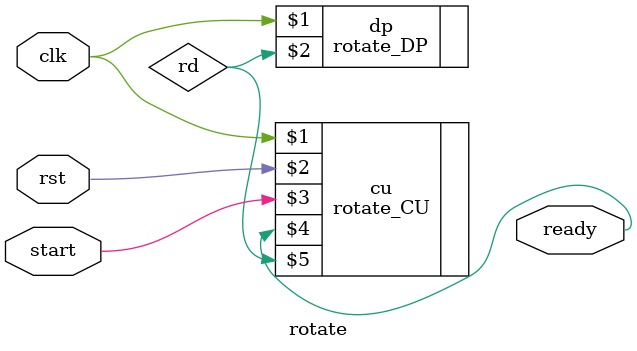
<source format=v>
module rotate(
	clk,
	rst,
	start,
	ready
);
	input clk, rst, start;
	output ready;
	wire rd;
 
	rotate_DP dp(clk, rd);
	
	rotate_CU cu(clk, rst, start, ready, rd);	

endmodule

</source>
